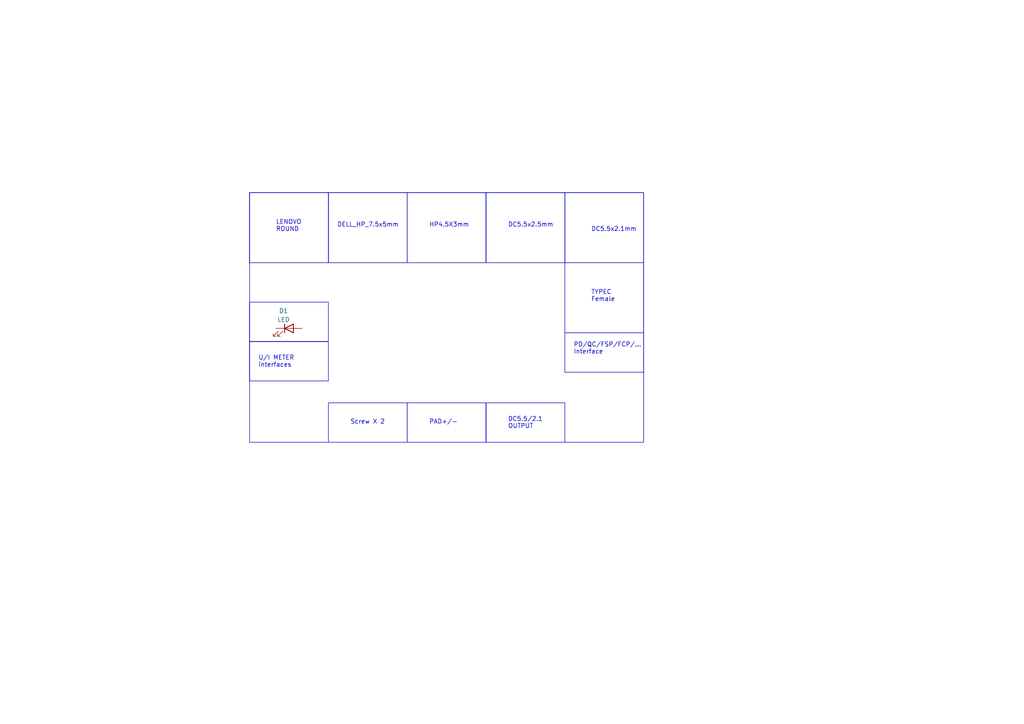
<source format=kicad_sch>
(kicad_sch (version 20230121) (generator eeschema)
  (paper "A4")
  (lib_symbols
    (symbol "Device:LED" (pin_numbers hide) (pin_names (offset 1.016) hide)
      (property "Reference" "D" (at 0 2.54 0))
      (property "Value" "LED" (at 0 -2.54 0))
      (symbol "LED_0_1"
        (polyline (pts (xy -1.27 -1.27) (xy -1.27 1.27)) (stroke (width 0.254)))
        (polyline (pts (xy -1.27 0) (xy 1.27 0)))
        (polyline (pts (xy 1.27 -1.27) (xy 1.27 1.27) (xy -1.27 0) (xy 1.27 -1.27)) (stroke (width 0.254)))
        (polyline (pts (xy -3.048 -0.762) (xy -4.572 -2.286) (xy -3.81 -2.286) (xy -4.572 -2.286) (xy -4.572 -1.524)))
        (polyline (pts (xy -1.778 -0.762) (xy -3.302 -2.286) (xy -2.54 -2.286) (xy -3.302 -2.286) (xy -3.302 -1.524)))
      )
      (symbol "LED_1_1"
        (pin passive line (at -3.81 0 0) (length 2.54) (name "K") (number "1"))
        (pin passive line (at 3.81 0 180) (length 2.54) (name "A") (number "2"))
      )
    )
  )
  (rectangle (start 72.39 99.06) (end 95.25 110.49))
  (rectangle (start 72.39 55.88) (end 95.25 76.2))
  (rectangle (start 140.97 116.84) (end 163.83 128.27))
  (rectangle (start 163.83 55.88) (end 186.69 76.2))
  (rectangle (start 72.39 55.88) (end 186.69 128.27))
  (rectangle (start 72.39 87.63) (end 95.25 99.06))
  (rectangle (start 118.11 116.84) (end 140.97 128.27))
  (rectangle (start 163.83 96.52) (end 186.69 107.95))
  (rectangle (start 95.25 55.88) (end 118.11 76.2))
  (rectangle (start 118.11 55.88) (end 140.97 76.2))
  (rectangle (start 163.83 76.2) (end 186.69 96.52))
  (rectangle (start 95.25 116.84) (end 118.11 128.27))
  (rectangle (start 140.97 55.88) (end 163.83 76.2))
  (text "DC5.5x2.5mm" (at 147.32 66.04 0) (effects (font (size 1.27 1.27)) (justify left bottom)))
  (text "DELL_HP_7.5x5mm" (at 97.79 66.04 0) (effects (font (size 1.27 1.27)) (justify left bottom)))
  (text "DC5.5x2.1mm" (at 171.45 67.31 0) (effects (font (size 1.27 1.27)) (justify left bottom)))
  (text "DC5.5/2.1\nOUTPUT" (at 147.32 124.46 0) (effects (font (size 1.27 1.27)) (justify left bottom)))
  (text "Screw X 2" (at 101.6 123.19 0) (effects (font (size 1.27 1.27)) (justify left bottom)))
  (text "U/I METER\ninterfaces" (at 74.93 106.68 0) (effects (font (size 1.27 1.27)) (justify left bottom)))
  (text "PD/QC/FSP/FCP/...\nInterface" (at 166.37 102.87 0) (effects (font (size 1.27 1.27)) (justify left bottom)))
  (text "TYPEC\nFemale" (at 171.45 87.63 0) (effects (font (size 1.27 1.27)) (justify left bottom)))
  (text "PAD+/-" (at 124.46 123.19 0) (effects (font (size 1.27 1.27)) (justify left bottom)))
  (text "HP4.5X3mm" (at 124.46 66.04 0) (effects (font (size 1.27 1.27)) (justify left bottom)))
  (text "LENOVO\nROUND" (at 80.01 67.31 0) (effects (font (size 1.27 1.27)) (justify left bottom)))
  (symbol (lib_id "Device:LED") (at 83.82 95.25 0) (unit 1)
    (property "Reference" "D1" (at 82.2325 90.17 0))
    (property "Value" "LED" (at 82.2325 92.71 0))
  )
)
</source>
